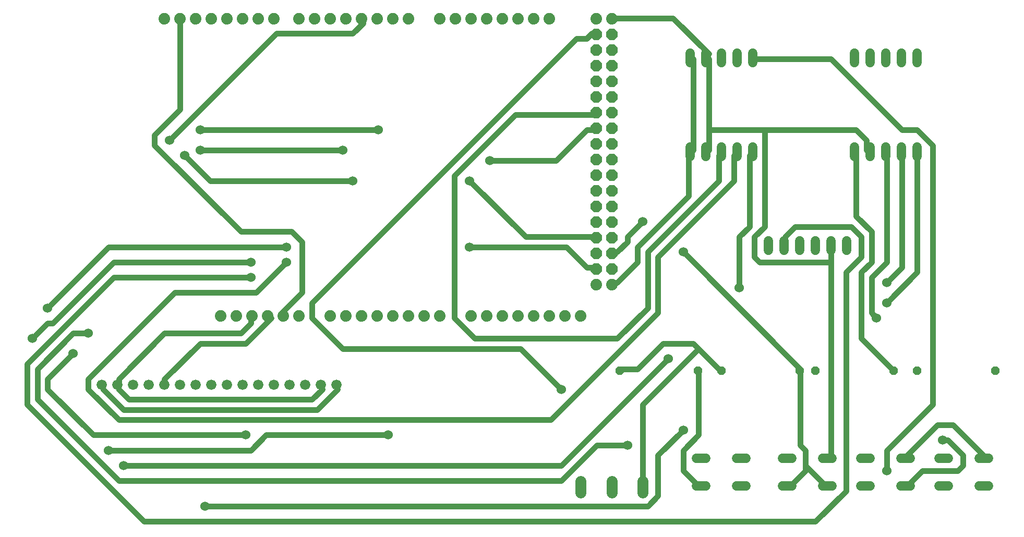
<source format=gbr>
G04 EAGLE Gerber RS-274X export*
G75*
%MOMM*%
%FSLAX34Y34*%
%LPD*%
%INBottom Copper*%
%IPPOS*%
%AMOC8*
5,1,8,0,0,1.08239X$1,22.5*%
G01*
%ADD10C,1.879600*%
%ADD11P,2.034460X8X112.500000*%
%ADD12C,1.676400*%
%ADD13C,1.524000*%
%ADD14C,1.800000*%
%ADD15P,1.539592X8X22.500000*%
%ADD16P,1.539592X8X202.500000*%
%ADD17C,0.889000*%
%ADD18C,1.524000*%


D10*
X762000Y482600D03*
X787400Y482600D03*
X812800Y482600D03*
X838200Y482600D03*
X863600Y482600D03*
X889000Y482600D03*
X914400Y482600D03*
X736600Y482600D03*
X711200Y965200D03*
X736600Y965200D03*
X762000Y965200D03*
X787400Y965200D03*
X812800Y965200D03*
X838200Y965200D03*
X863600Y965200D03*
X685800Y965200D03*
X533400Y482600D03*
X558800Y482600D03*
X584200Y482600D03*
X609600Y482600D03*
X635000Y482600D03*
X660400Y482600D03*
X685800Y482600D03*
X508000Y482600D03*
X482600Y965200D03*
X508000Y965200D03*
X533400Y965200D03*
X558800Y965200D03*
X584200Y965200D03*
X609600Y965200D03*
X635000Y965200D03*
X457200Y965200D03*
X264160Y965200D03*
X289560Y965200D03*
X314960Y965200D03*
X340360Y965200D03*
X365760Y965200D03*
X391160Y965200D03*
X416560Y965200D03*
X238760Y965200D03*
D11*
X965200Y762000D03*
X939800Y762000D03*
X965200Y787400D03*
X939800Y787400D03*
X965200Y812800D03*
X939800Y812800D03*
X965200Y838200D03*
X939800Y838200D03*
X965200Y863600D03*
X939800Y863600D03*
X965200Y889000D03*
X939800Y889000D03*
X965200Y914400D03*
X939800Y914400D03*
X965200Y939800D03*
X939800Y939800D03*
X965200Y558800D03*
X939800Y558800D03*
X965200Y584200D03*
X939800Y584200D03*
X965200Y609600D03*
X939800Y609600D03*
X965200Y635000D03*
X939800Y635000D03*
X965200Y660400D03*
X939800Y660400D03*
X965200Y685800D03*
X939800Y685800D03*
X965200Y711200D03*
X939800Y711200D03*
X965200Y736600D03*
X939800Y736600D03*
D10*
X939800Y533400D03*
X965200Y533400D03*
X939800Y965200D03*
X965200Y965200D03*
X330200Y482600D03*
X355600Y482600D03*
X381000Y482600D03*
X406400Y482600D03*
X431800Y482600D03*
X457200Y482600D03*
D12*
X137200Y370900D03*
X162600Y370900D03*
X188000Y370900D03*
X213400Y370900D03*
X238800Y370900D03*
X264200Y370900D03*
X289600Y370900D03*
X315000Y370900D03*
X340400Y370900D03*
X365800Y370900D03*
X391200Y370900D03*
X416600Y370900D03*
X442000Y370900D03*
X467400Y370900D03*
X492800Y370900D03*
X518200Y370900D03*
D13*
X1346200Y589280D02*
X1346200Y604520D01*
X1320800Y604520D02*
X1320800Y589280D01*
X1295400Y589280D02*
X1295400Y604520D01*
X1270000Y604520D02*
X1270000Y589280D01*
X1244600Y589280D02*
X1244600Y604520D01*
X1219200Y604520D02*
X1219200Y589280D01*
X1358900Y894080D02*
X1358900Y909320D01*
X1384300Y909320D02*
X1384300Y894080D01*
X1409700Y894080D02*
X1409700Y909320D01*
X1435100Y909320D02*
X1435100Y894080D01*
X1460500Y894080D02*
X1460500Y909320D01*
X1092200Y909320D02*
X1092200Y894080D01*
X1117600Y894080D02*
X1117600Y909320D01*
X1143000Y909320D02*
X1143000Y894080D01*
X1168400Y894080D02*
X1168400Y909320D01*
X1193800Y909320D02*
X1193800Y894080D01*
X1092200Y756920D02*
X1092200Y741680D01*
X1117600Y741680D02*
X1117600Y756920D01*
X1143000Y756920D02*
X1143000Y741680D01*
X1168400Y741680D02*
X1168400Y756920D01*
X1193800Y756920D02*
X1193800Y741680D01*
X1358900Y741680D02*
X1358900Y756920D01*
X1384300Y756920D02*
X1384300Y741680D01*
X1409700Y741680D02*
X1409700Y756920D01*
X1435100Y756920D02*
X1435100Y741680D01*
X1460500Y741680D02*
X1460500Y756920D01*
D14*
X915200Y213700D02*
X915200Y195700D01*
X965200Y195700D02*
X965200Y213700D01*
X1015200Y213700D02*
X1015200Y195700D01*
D15*
X977900Y393700D03*
X1104900Y393700D03*
X1143000Y393700D03*
X1270000Y393700D03*
D16*
X1422400Y393700D03*
X1295400Y393700D03*
D15*
X1460500Y393700D03*
X1587500Y393700D03*
D13*
X1183132Y205994D02*
X1167892Y205994D01*
X1167892Y251206D02*
X1183132Y251206D01*
X1118108Y205994D02*
X1102868Y205994D01*
X1102868Y251206D02*
X1118108Y251206D01*
X1307592Y205994D02*
X1322832Y205994D01*
X1322832Y251206D02*
X1307592Y251206D01*
X1257808Y205994D02*
X1242568Y205994D01*
X1242568Y251206D02*
X1257808Y251206D01*
X1434592Y205994D02*
X1449832Y205994D01*
X1449832Y251206D02*
X1434592Y251206D01*
X1384808Y205994D02*
X1369568Y205994D01*
X1369568Y251206D02*
X1384808Y251206D01*
X1561592Y205994D02*
X1576832Y205994D01*
X1576832Y251206D02*
X1561592Y251206D01*
X1511808Y205994D02*
X1496568Y205994D01*
X1496568Y251206D02*
X1511808Y251206D01*
D17*
X1320800Y899795D02*
X1196975Y899795D01*
X1320800Y899795D02*
X1436370Y784225D01*
X1461135Y784225D01*
X1485900Y759460D01*
X1485900Y338455D01*
X1411605Y264160D01*
X1411605Y231140D01*
X49530Y470535D02*
X24765Y445770D01*
X49530Y470535D02*
X57785Y470535D01*
X156845Y569595D01*
X379730Y569595D01*
X767715Y734695D02*
X875030Y734695D01*
X924560Y784225D01*
X932815Y784225D01*
X1193800Y901700D02*
X1196975Y899795D01*
X939800Y787400D02*
X932815Y784225D01*
D18*
X1411605Y231140D03*
X24765Y445770D03*
X379730Y569595D03*
X767715Y734695D03*
D17*
X1188720Y742950D02*
X1188720Y627380D01*
X1172210Y610870D01*
X1172210Y528320D01*
X1056640Y412750D02*
X883285Y239395D01*
X173355Y239395D01*
X49530Y495300D02*
X148590Y594360D01*
X437515Y594360D01*
X1188720Y742950D02*
X1193800Y749300D01*
D18*
X1172210Y528320D03*
X1056640Y412750D03*
X173355Y239395D03*
X49530Y495300D03*
X437515Y594360D03*
D17*
X1163955Y701675D02*
X1163955Y742950D01*
X1163955Y701675D02*
X1040130Y577850D01*
X1040130Y487045D01*
X866775Y313690D01*
X165100Y313690D01*
X115570Y363220D01*
X115570Y379730D01*
X255905Y520065D01*
X387985Y520065D01*
X437515Y569595D01*
X1163955Y742950D02*
X1168400Y749300D01*
D18*
X437515Y569595D03*
D17*
X1139190Y701675D02*
X1139190Y742950D01*
X1139190Y701675D02*
X1023620Y586105D01*
X1023620Y495300D01*
X974090Y445770D01*
X742950Y445770D01*
X709930Y478790D01*
X709930Y709930D01*
X808990Y808990D01*
X932815Y808990D01*
X1139190Y742950D02*
X1143000Y749300D01*
X939800Y812800D02*
X932815Y808990D01*
X1461135Y742950D02*
X1461135Y553085D01*
X1411605Y503555D01*
X602615Y288925D02*
X404495Y288925D01*
X379730Y264160D01*
X148590Y264160D01*
X297180Y784225D02*
X586105Y784225D01*
X1460500Y749300D02*
X1461135Y742950D01*
D18*
X1411605Y503555D03*
X602615Y288925D03*
X148590Y264160D03*
X297180Y784225D03*
X586105Y784225D03*
D17*
X1436370Y742950D02*
X1436370Y561340D01*
X1411605Y536575D01*
X883285Y363220D02*
X817245Y429260D01*
X528320Y429260D01*
X478790Y478790D01*
X478790Y503555D01*
X908050Y932815D01*
X924560Y932815D01*
X932815Y941070D01*
X1435100Y749300D02*
X1436370Y742950D01*
X939800Y939800D02*
X932815Y941070D01*
D18*
X1411605Y536575D03*
X883285Y363220D03*
D17*
X1411605Y569595D02*
X1411605Y742950D01*
X1411605Y569595D02*
X1386840Y544830D01*
X1386840Y487045D01*
X1395095Y478790D01*
X1081405Y297180D02*
X1040130Y255905D01*
X1040130Y189865D01*
X1023620Y173355D01*
X305435Y173355D01*
X297180Y751205D02*
X528320Y751205D01*
X1409700Y749300D02*
X1411605Y742950D01*
D18*
X1395095Y478790D03*
X1081405Y297180D03*
X305435Y173355D03*
X297180Y751205D03*
X528320Y751205D03*
D17*
X1122680Y784225D02*
X1122680Y899795D01*
X1122680Y784225D02*
X1122680Y751205D01*
X1117600Y749300D01*
X1122680Y899795D02*
X1117600Y901700D01*
X1064895Y965835D02*
X965835Y965835D01*
X1064895Y965835D02*
X1122680Y908050D01*
X965835Y965835D02*
X965200Y965200D01*
X1117600Y901700D02*
X1122680Y908050D01*
X1378585Y767715D02*
X1378585Y751205D01*
X1378585Y767715D02*
X1362075Y784225D01*
X1213485Y784225D02*
X1122680Y784225D01*
X1213485Y784225D02*
X1362075Y784225D01*
X1378585Y751205D02*
X1384300Y749300D01*
X165100Y379730D02*
X165100Y371475D01*
X165100Y379730D02*
X239395Y454025D01*
X363220Y454025D01*
X379730Y470535D01*
X379730Y478790D01*
X165100Y371475D02*
X162600Y370900D01*
X379730Y478790D02*
X381000Y482600D01*
X495300Y363220D02*
X478790Y346710D01*
X181610Y346710D01*
X165100Y363220D01*
X492800Y370900D02*
X495300Y363220D01*
X165100Y363220D02*
X162600Y370900D01*
X1518920Y305435D02*
X1568450Y255905D01*
X1518920Y305435D02*
X1494155Y305435D01*
X1444625Y255905D01*
X1568450Y255905D02*
X1569212Y251206D01*
X1444625Y255905D02*
X1442212Y251206D01*
X1320800Y255905D02*
X1320800Y569595D01*
X1320800Y596900D01*
X1320800Y255905D02*
X1315212Y251206D01*
X1213485Y627380D02*
X1213485Y784225D01*
X1213485Y627380D02*
X1196975Y610870D01*
X1196975Y577850D01*
X1205230Y569595D01*
X1320800Y569595D01*
X173355Y330200D02*
X140335Y363220D01*
X173355Y330200D02*
X487045Y330200D01*
X520065Y363220D01*
X140335Y363220D02*
X137200Y370900D01*
X518200Y370900D02*
X520065Y363220D01*
X239395Y371475D02*
X239395Y379730D01*
X297180Y437515D01*
X371475Y437515D01*
X412750Y478790D01*
X239395Y371475D02*
X238800Y370900D01*
X406400Y482600D02*
X412750Y478790D01*
X264160Y817245D02*
X264160Y965200D01*
X264160Y817245D02*
X222885Y775970D01*
X222885Y759460D01*
X363220Y619125D01*
X445770Y619125D01*
X462280Y602615D01*
X462280Y520065D01*
X429260Y487045D01*
X431800Y482600D01*
X1097915Y751205D02*
X1097915Y899795D01*
X1097915Y751205D02*
X1092200Y749300D01*
X1097915Y899795D02*
X1092200Y901700D01*
X974090Y536575D02*
X965835Y536575D01*
X974090Y536575D02*
X1007110Y569595D01*
X1007110Y594360D01*
X1089660Y676910D01*
X1089660Y742950D01*
X965835Y536575D02*
X965200Y533400D01*
X1089660Y742950D02*
X1092200Y749300D01*
X1007110Y396240D02*
X982345Y396240D01*
X1007110Y396240D02*
X1048385Y437515D01*
X1097915Y437515D01*
X1106170Y429260D02*
X1139190Y396240D01*
X1106170Y429260D02*
X1097915Y437515D01*
X982345Y396240D02*
X977900Y393700D01*
X1139190Y396240D02*
X1143000Y393700D01*
X1015365Y338455D02*
X1015365Y206375D01*
X1015365Y338455D02*
X1106170Y429260D01*
X1015365Y206375D02*
X1015200Y204700D01*
X1362075Y643890D02*
X1362075Y742950D01*
X1362075Y643890D02*
X1386840Y619125D01*
X1386840Y569595D01*
X1370330Y553085D01*
X1370330Y445770D01*
X1422400Y393700D01*
X1362075Y742950D02*
X1358900Y749300D01*
X1015365Y635635D02*
X990600Y610870D01*
X990600Y602615D01*
X974090Y586105D01*
X965835Y586105D01*
X965200Y584200D01*
D18*
X1015365Y635635D03*
D17*
X1246505Y610870D02*
X1246505Y602615D01*
X1246505Y610870D02*
X1263015Y627380D01*
X1353820Y627380D01*
X1370330Y610870D01*
X1370330Y577850D01*
X1345565Y553085D01*
X1345565Y198120D01*
X1296035Y148590D01*
X206375Y148590D01*
X16510Y338455D01*
X16510Y404495D01*
X156845Y544830D01*
X379730Y544830D01*
X734695Y594360D02*
X891540Y594360D01*
X924560Y561340D01*
X932815Y561340D01*
X1244600Y596900D02*
X1246505Y602615D01*
X939800Y558800D02*
X932815Y561340D01*
D18*
X379730Y544830D03*
X734695Y594360D03*
D17*
X371475Y288925D02*
X123825Y288925D01*
X49530Y363220D01*
X49530Y379730D01*
X90805Y421005D01*
X247650Y767715D02*
X421005Y941070D01*
X544830Y941070D01*
X561340Y957580D01*
X558800Y965200D01*
D18*
X371475Y288925D03*
X90805Y421005D03*
X247650Y767715D03*
D17*
X1106170Y387985D02*
X1106170Y288925D01*
X1081405Y264160D01*
X1081405Y231140D01*
X1106170Y206375D01*
X1106170Y387985D02*
X1104900Y393700D01*
X1106170Y206375D02*
X1110488Y205994D01*
X1271270Y272415D02*
X1271270Y387985D01*
X1271270Y272415D02*
X1279525Y264160D01*
X1279525Y239395D02*
X1279525Y231140D01*
X1279525Y239395D02*
X1279525Y264160D01*
X1279525Y231140D02*
X1254760Y206375D01*
X1271270Y387985D02*
X1270000Y393700D01*
X1254760Y206375D02*
X1250188Y205994D01*
X1279525Y239395D02*
X1312545Y206375D01*
X1315212Y205994D01*
X1271270Y396240D02*
X1081405Y586105D01*
X1271270Y396240D02*
X1270000Y393700D01*
D18*
X1081405Y586105D03*
D17*
X1502410Y280670D02*
X1510665Y280670D01*
X1535430Y255905D01*
X1535430Y239395D01*
X1527175Y231140D01*
X1469390Y231140D01*
X1444625Y206375D01*
X1442212Y205994D01*
X932815Y610870D02*
X825500Y610870D01*
X734695Y701675D01*
X544830Y701675D02*
X313690Y701675D01*
X272415Y742950D01*
X115570Y454025D02*
X90805Y454025D01*
X33020Y396240D01*
X33020Y346710D01*
X165100Y214630D01*
X883285Y214630D01*
X941070Y272415D01*
X990600Y272415D01*
X939800Y609600D02*
X932815Y610870D01*
D18*
X1502410Y280670D03*
X734695Y701675D03*
X544830Y701675D03*
X272415Y742950D03*
X115570Y454025D03*
X990600Y272415D03*
M02*

</source>
